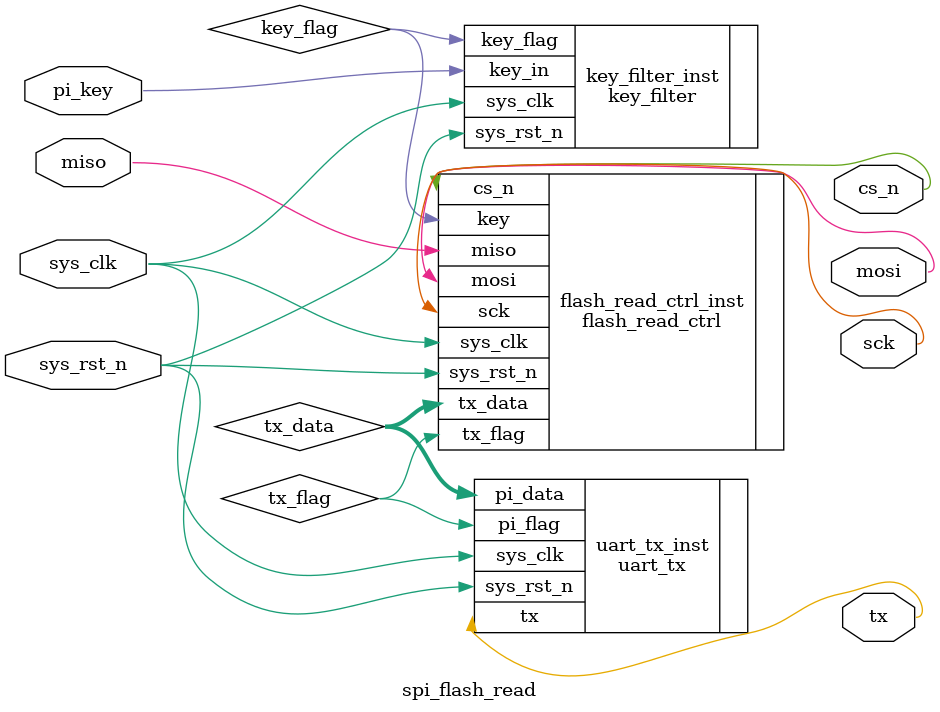
<source format=v>
module  spi_flash_read
(
    input   wire    sys_clk     ,
    input   wire    sys_rst_n   ,
    input   wire    pi_key      ,
    input   wire    miso        ,
    
    output  wire    sck         ,
    output  wire    cs_n        ,
    output  wire    mosi        ,
    output  wire    tx


);


wire            key_flag    ;
wire            tx_flag     ;
wire    [7:0]   tx_data     ;

parameter   CNT_MAX     =   20'd9     ,//按键信号，计数器计数最大值
            UART_BPS    =   14'd9600        ,//比特率
            CLK_FREQ    =   26'd50_000_000  ,//时钟频率
            CNT_WAIT_MAX =  16'd59999       ;//读数据等待时间

key_filter      
#(
    .CNT_MAX     (CNT_MAX  )
)
key_filter_inst
(
    .sys_clk     (sys_clk  ),
    .sys_rst_n   (sys_rst_n),
    .key_in      (pi_key   ),
 
    .key_flag    (key_flag )

);

flash_read_ctrl     
#(
    .CNT_WAIT_MAX   (CNT_WAIT_MAX)
)
flash_read_ctrl_inst
(
    .sys_clk     (sys_clk  ),
    .sys_rst_n   (sys_rst_n),
    .key         (key_flag ),
    .miso        (miso     ),
  
    .sck         (sck      ),
    .cs_n        (cs_n     ),
    .mosi        (mosi     ),
    .tx_flag     (tx_flag  ),
    .tx_data     (tx_data  )

);

uart_tx     
#(
    .UART_BPS    (UART_BPS ),
    .CLK_FREQ    (CLK_FREQ )
)
uart_tx_inst
(
    .sys_clk     (sys_clk  ),
    .sys_rst_n   (sys_rst_n),
    .pi_data     (tx_data  ),
    .pi_flag     (tx_flag  ),
   
    .tx          (tx       )

);




endmodule
</source>
